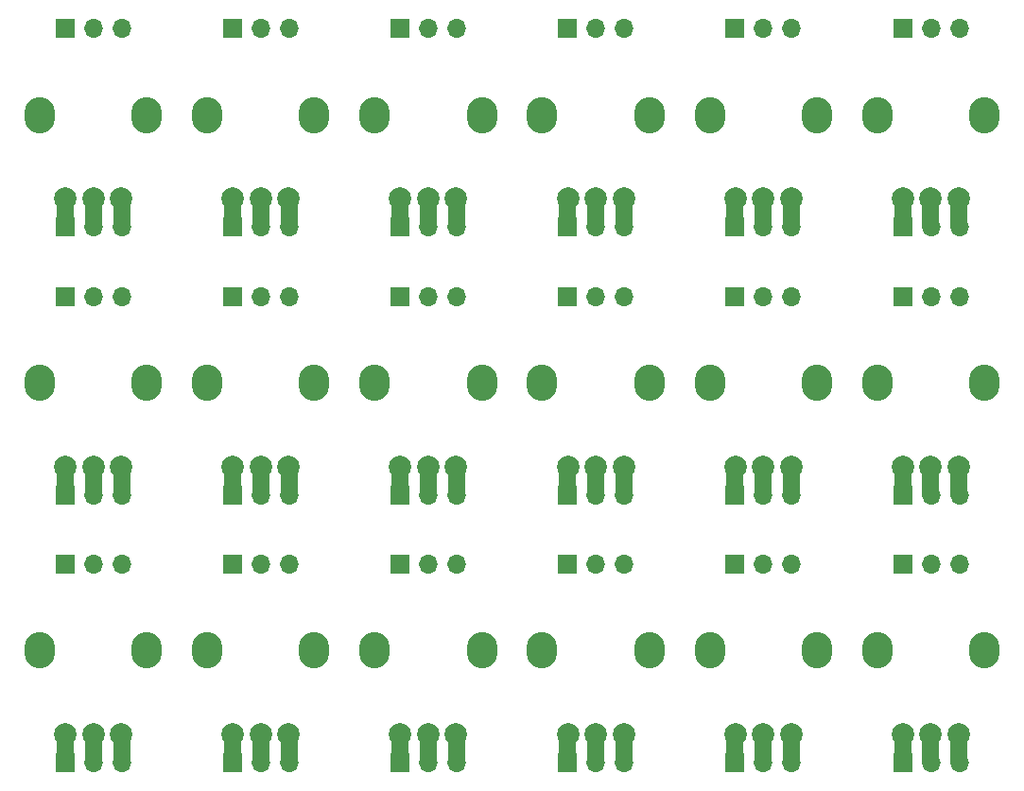
<source format=gbr>
%TF.GenerationSoftware,KiCad,Pcbnew,(6.0.0-0)*%
%TF.CreationDate,2022-11-22T11:37:46-05:00*%
%TF.ProjectId,Breakout-Potentiometer-Panel,42726561-6b6f-4757-942d-506f74656e74,rev?*%
%TF.SameCoordinates,Original*%
%TF.FileFunction,Copper,L1,Top*%
%TF.FilePolarity,Positive*%
%FSLAX46Y46*%
G04 Gerber Fmt 4.6, Leading zero omitted, Abs format (unit mm)*
G04 Created by KiCad (PCBNEW (6.0.0-0)) date 2022-11-22 11:37:46*
%MOMM*%
%LPD*%
G01*
G04 APERTURE LIST*
%TA.AperFunction,ComponentPad*%
%ADD10O,2.720000X3.240000*%
%TD*%
%TA.AperFunction,ComponentPad*%
%ADD11C,2.000000*%
%TD*%
%TA.AperFunction,ComponentPad*%
%ADD12O,1.700000X1.700000*%
%TD*%
%TA.AperFunction,ComponentPad*%
%ADD13R,1.700000X1.700000*%
%TD*%
%TA.AperFunction,Conductor*%
%ADD14C,1.500000*%
%TD*%
G04 APERTURE END LIST*
D10*
%TO.P,RV14,*%
%TO.N,*%
X109700000Y-113674000D03*
X119300000Y-113674000D03*
D11*
%TO.P,RV14,1,1*%
%TO.N,Net-(J2-Pad1)*%
X112000000Y-121174000D03*
%TO.P,RV14,2,2*%
%TO.N,Net-(J2-Pad2)*%
X114500000Y-121174000D03*
%TO.P,RV14,3,3*%
%TO.N,Net-(J2-Pad3)*%
X117000000Y-121174000D03*
%TD*%
D10*
%TO.P,RV3,*%
%TO.N,*%
X134300000Y-65674000D03*
X124700000Y-65674000D03*
D11*
%TO.P,RV3,1,1*%
%TO.N,Net-(J2-Pad1)*%
X127000000Y-73174000D03*
%TO.P,RV3,2,2*%
%TO.N,Net-(J2-Pad2)*%
X129500000Y-73174000D03*
%TO.P,RV3,3,3*%
%TO.N,Net-(J2-Pad3)*%
X132000000Y-73174000D03*
%TD*%
D10*
%TO.P,RV15,*%
%TO.N,*%
X134300000Y-113674000D03*
X124700000Y-113674000D03*
D11*
%TO.P,RV15,1,1*%
%TO.N,Net-(J2-Pad1)*%
X127000000Y-121174000D03*
%TO.P,RV15,2,2*%
%TO.N,Net-(J2-Pad2)*%
X129500000Y-121174000D03*
%TO.P,RV15,3,3*%
%TO.N,Net-(J2-Pad3)*%
X132000000Y-121174000D03*
%TD*%
D10*
%TO.P,RV1,*%
%TO.N,*%
X94700000Y-65674000D03*
X104300000Y-65674000D03*
D11*
%TO.P,RV1,1,1*%
%TO.N,Net-(J2-Pad1)*%
X97000000Y-73174000D03*
%TO.P,RV1,2,2*%
%TO.N,Net-(J2-Pad2)*%
X99500000Y-73174000D03*
%TO.P,RV1,3,3*%
%TO.N,Net-(J2-Pad3)*%
X102000000Y-73174000D03*
%TD*%
D10*
%TO.P,RV11,*%
%TO.N,*%
X154700000Y-89674000D03*
X164300000Y-89674000D03*
D11*
%TO.P,RV11,1,1*%
%TO.N,Net-(J2-Pad1)*%
X157000000Y-97174000D03*
%TO.P,RV11,2,2*%
%TO.N,Net-(J2-Pad2)*%
X159500000Y-97174000D03*
%TO.P,RV11,3,3*%
%TO.N,Net-(J2-Pad3)*%
X162000000Y-97174000D03*
%TD*%
D10*
%TO.P,RV17,*%
%TO.N,*%
X154700000Y-113674000D03*
X164300000Y-113674000D03*
D11*
%TO.P,RV17,1,1*%
%TO.N,Net-(J2-Pad1)*%
X157000000Y-121174000D03*
%TO.P,RV17,2,2*%
%TO.N,Net-(J2-Pad2)*%
X159500000Y-121174000D03*
%TO.P,RV17,3,3*%
%TO.N,Net-(J2-Pad3)*%
X162000000Y-121174000D03*
%TD*%
D10*
%TO.P,RV7,*%
%TO.N,*%
X94700000Y-89674000D03*
X104300000Y-89674000D03*
D11*
%TO.P,RV7,1,1*%
%TO.N,Net-(J2-Pad1)*%
X97000000Y-97174000D03*
%TO.P,RV7,2,2*%
%TO.N,Net-(J2-Pad2)*%
X99500000Y-97174000D03*
%TO.P,RV7,3,3*%
%TO.N,Net-(J2-Pad3)*%
X102000000Y-97174000D03*
%TD*%
D10*
%TO.P,RV12,*%
%TO.N,*%
X169700000Y-89674000D03*
X179300000Y-89674000D03*
D11*
%TO.P,RV12,1,1*%
%TO.N,Net-(J2-Pad1)*%
X172000000Y-97174000D03*
%TO.P,RV12,2,2*%
%TO.N,Net-(J2-Pad2)*%
X174500000Y-97174000D03*
%TO.P,RV12,3,3*%
%TO.N,Net-(J2-Pad3)*%
X177000000Y-97174000D03*
%TD*%
D10*
%TO.P,RV6,*%
%TO.N,*%
X169700000Y-65674000D03*
X179300000Y-65674000D03*
D11*
%TO.P,RV6,1,1*%
%TO.N,Net-(J2-Pad1)*%
X172000000Y-73174000D03*
%TO.P,RV6,2,2*%
%TO.N,Net-(J2-Pad2)*%
X174500000Y-73174000D03*
%TO.P,RV6,3,3*%
%TO.N,Net-(J2-Pad3)*%
X177000000Y-73174000D03*
%TD*%
D10*
%TO.P,RV9,*%
%TO.N,*%
X134300000Y-89674000D03*
X124700000Y-89674000D03*
D11*
%TO.P,RV9,1,1*%
%TO.N,Net-(J2-Pad1)*%
X127000000Y-97174000D03*
%TO.P,RV9,2,2*%
%TO.N,Net-(J2-Pad2)*%
X129500000Y-97174000D03*
%TO.P,RV9,3,3*%
%TO.N,Net-(J2-Pad3)*%
X132000000Y-97174000D03*
%TD*%
D10*
%TO.P,RV18,*%
%TO.N,*%
X179300000Y-113674000D03*
X169700000Y-113674000D03*
D11*
%TO.P,RV18,1,1*%
%TO.N,Net-(J2-Pad1)*%
X172000000Y-121174000D03*
%TO.P,RV18,2,2*%
%TO.N,Net-(J2-Pad2)*%
X174500000Y-121174000D03*
%TO.P,RV18,3,3*%
%TO.N,Net-(J2-Pad3)*%
X177000000Y-121174000D03*
%TD*%
D10*
%TO.P,RV2,*%
%TO.N,*%
X109700000Y-65674000D03*
X119300000Y-65674000D03*
D11*
%TO.P,RV2,1,1*%
%TO.N,Net-(J2-Pad1)*%
X112000000Y-73174000D03*
%TO.P,RV2,2,2*%
%TO.N,Net-(J2-Pad2)*%
X114500000Y-73174000D03*
%TO.P,RV2,3,3*%
%TO.N,Net-(J2-Pad3)*%
X117000000Y-73174000D03*
%TD*%
D10*
%TO.P,RV5,*%
%TO.N,*%
X164300000Y-65674000D03*
X154700000Y-65674000D03*
D11*
%TO.P,RV5,1,1*%
%TO.N,Net-(J2-Pad1)*%
X157000000Y-73174000D03*
%TO.P,RV5,2,2*%
%TO.N,Net-(J2-Pad2)*%
X159500000Y-73174000D03*
%TO.P,RV5,3,3*%
%TO.N,Net-(J2-Pad3)*%
X162000000Y-73174000D03*
%TD*%
D10*
%TO.P,RV10,*%
%TO.N,*%
X149300000Y-89674000D03*
X139700000Y-89674000D03*
D11*
%TO.P,RV10,1,1*%
%TO.N,Net-(J2-Pad1)*%
X142000000Y-97174000D03*
%TO.P,RV10,2,2*%
%TO.N,Net-(J2-Pad2)*%
X144500000Y-97174000D03*
%TO.P,RV10,3,3*%
%TO.N,Net-(J2-Pad3)*%
X147000000Y-97174000D03*
%TD*%
D10*
%TO.P,RV4,*%
%TO.N,*%
X139700000Y-65674000D03*
X149300000Y-65674000D03*
D11*
%TO.P,RV4,1,1*%
%TO.N,Net-(J2-Pad1)*%
X142000000Y-73174000D03*
%TO.P,RV4,2,2*%
%TO.N,Net-(J2-Pad2)*%
X144500000Y-73174000D03*
%TO.P,RV4,3,3*%
%TO.N,Net-(J2-Pad3)*%
X147000000Y-73174000D03*
%TD*%
D10*
%TO.P,RV13,*%
%TO.N,*%
X94700000Y-113674000D03*
X104300000Y-113674000D03*
D11*
%TO.P,RV13,1,1*%
%TO.N,Net-(J2-Pad1)*%
X97000000Y-121174000D03*
%TO.P,RV13,2,2*%
%TO.N,Net-(J2-Pad2)*%
X99500000Y-121174000D03*
%TO.P,RV13,3,3*%
%TO.N,Net-(J2-Pad3)*%
X102000000Y-121174000D03*
%TD*%
D10*
%TO.P,RV16,*%
%TO.N,*%
X139700000Y-113674000D03*
X149300000Y-113674000D03*
D11*
%TO.P,RV16,1,1*%
%TO.N,Net-(J2-Pad1)*%
X142000000Y-121174000D03*
%TO.P,RV16,2,2*%
%TO.N,Net-(J2-Pad2)*%
X144500000Y-121174000D03*
%TO.P,RV16,3,3*%
%TO.N,Net-(J2-Pad3)*%
X147000000Y-121174000D03*
%TD*%
D10*
%TO.P,RV8,*%
%TO.N,*%
X109700000Y-89674000D03*
X119300000Y-89674000D03*
D11*
%TO.P,RV8,1,1*%
%TO.N,Net-(J2-Pad1)*%
X112000000Y-97174000D03*
%TO.P,RV8,2,2*%
%TO.N,Net-(J2-Pad2)*%
X114500000Y-97174000D03*
%TO.P,RV8,3,3*%
%TO.N,Net-(J2-Pad3)*%
X117000000Y-97174000D03*
%TD*%
D12*
%TO.P,J7,*%
%TO.N,*%
X147055000Y-57934000D03*
X144515000Y-57934000D03*
D13*
X141975000Y-57934000D03*
%TD*%
%TO.P,J16,1,Pin_1*%
%TO.N,Net-(J2-Pad1)*%
X111975000Y-99714000D03*
D12*
%TO.P,J16,2,Pin_2*%
%TO.N,Net-(J2-Pad2)*%
X114515000Y-99714000D03*
%TO.P,J16,3,Pin_3*%
%TO.N,Net-(J2-Pad3)*%
X117055000Y-99714000D03*
%TD*%
%TO.P,J25,*%
%TO.N,*%
X102055000Y-105934000D03*
D13*
X96975000Y-105934000D03*
D12*
X99515000Y-105934000D03*
%TD*%
D13*
%TO.P,J8,1,Pin_1*%
%TO.N,Net-(J2-Pad1)*%
X141975000Y-75714000D03*
D12*
%TO.P,J8,2,Pin_2*%
%TO.N,Net-(J2-Pad2)*%
X144515000Y-75714000D03*
%TO.P,J8,3,Pin_3*%
%TO.N,Net-(J2-Pad3)*%
X147055000Y-75714000D03*
%TD*%
D13*
%TO.P,J35,*%
%TO.N,*%
X171975000Y-105934000D03*
D12*
X177055000Y-105934000D03*
X174515000Y-105934000D03*
%TD*%
D13*
%TO.P,J30,1,Pin_1*%
%TO.N,Net-(J2-Pad1)*%
X126975000Y-123714000D03*
D12*
%TO.P,J30,2,Pin_2*%
%TO.N,Net-(J2-Pad2)*%
X129515000Y-123714000D03*
%TO.P,J30,3,Pin_3*%
%TO.N,Net-(J2-Pad3)*%
X132055000Y-123714000D03*
%TD*%
D13*
%TO.P,J32,1,Pin_1*%
%TO.N,Net-(J2-Pad1)*%
X141975000Y-123714000D03*
D12*
%TO.P,J32,2,Pin_2*%
%TO.N,Net-(J2-Pad2)*%
X144515000Y-123714000D03*
%TO.P,J32,3,Pin_3*%
%TO.N,Net-(J2-Pad3)*%
X147055000Y-123714000D03*
%TD*%
D13*
%TO.P,J6,1,Pin_1*%
%TO.N,Net-(J2-Pad1)*%
X126975000Y-75714000D03*
D12*
%TO.P,J6,2,Pin_2*%
%TO.N,Net-(J2-Pad2)*%
X129515000Y-75714000D03*
%TO.P,J6,3,Pin_3*%
%TO.N,Net-(J2-Pad3)*%
X132055000Y-75714000D03*
%TD*%
D13*
%TO.P,J12,1,Pin_1*%
%TO.N,Net-(J2-Pad1)*%
X171975000Y-75714000D03*
D12*
%TO.P,J12,2,Pin_2*%
%TO.N,Net-(J2-Pad2)*%
X174515000Y-75714000D03*
%TO.P,J12,3,Pin_3*%
%TO.N,Net-(J2-Pad3)*%
X177055000Y-75714000D03*
%TD*%
D13*
%TO.P,J4,1,Pin_1*%
%TO.N,Net-(J2-Pad1)*%
X111975000Y-75714000D03*
D12*
%TO.P,J4,2,Pin_2*%
%TO.N,Net-(J2-Pad2)*%
X114515000Y-75714000D03*
%TO.P,J4,3,Pin_3*%
%TO.N,Net-(J2-Pad3)*%
X117055000Y-75714000D03*
%TD*%
%TO.P,J3,*%
%TO.N,*%
X117055000Y-57934000D03*
X114515000Y-57934000D03*
D13*
X111975000Y-57934000D03*
%TD*%
%TO.P,J28,1,Pin_1*%
%TO.N,Net-(J2-Pad1)*%
X111975000Y-123714000D03*
D12*
%TO.P,J28,2,Pin_2*%
%TO.N,Net-(J2-Pad2)*%
X114515000Y-123714000D03*
%TO.P,J28,3,Pin_3*%
%TO.N,Net-(J2-Pad3)*%
X117055000Y-123714000D03*
%TD*%
%TO.P,J11,*%
%TO.N,*%
X174515000Y-57934000D03*
D13*
X171975000Y-57934000D03*
D12*
X177055000Y-57934000D03*
%TD*%
D13*
%TO.P,J14,1,Pin_1*%
%TO.N,Net-(J2-Pad1)*%
X96975000Y-99714000D03*
D12*
%TO.P,J14,2,Pin_2*%
%TO.N,Net-(J2-Pad2)*%
X99515000Y-99714000D03*
%TO.P,J14,3,Pin_3*%
%TO.N,Net-(J2-Pad3)*%
X102055000Y-99714000D03*
%TD*%
D13*
%TO.P,J18,1,Pin_1*%
%TO.N,Net-(J2-Pad1)*%
X126975000Y-99714000D03*
D12*
%TO.P,J18,2,Pin_2*%
%TO.N,Net-(J2-Pad2)*%
X129515000Y-99714000D03*
%TO.P,J18,3,Pin_3*%
%TO.N,Net-(J2-Pad3)*%
X132055000Y-99714000D03*
%TD*%
D13*
%TO.P,J17,*%
%TO.N,*%
X126975000Y-81934000D03*
D12*
X132055000Y-81934000D03*
X129515000Y-81934000D03*
%TD*%
D13*
%TO.P,J22,1,Pin_1*%
%TO.N,Net-(J2-Pad1)*%
X156975000Y-99714000D03*
D12*
%TO.P,J22,2,Pin_2*%
%TO.N,Net-(J2-Pad2)*%
X159515000Y-99714000D03*
%TO.P,J22,3,Pin_3*%
%TO.N,Net-(J2-Pad3)*%
X162055000Y-99714000D03*
%TD*%
%TO.P,J23,*%
%TO.N,*%
X174515000Y-81934000D03*
D13*
X171975000Y-81934000D03*
D12*
X177055000Y-81934000D03*
%TD*%
D13*
%TO.P,J34,1,Pin_1*%
%TO.N,Net-(J2-Pad1)*%
X156975000Y-123714000D03*
D12*
%TO.P,J34,2,Pin_2*%
%TO.N,Net-(J2-Pad2)*%
X159515000Y-123714000D03*
%TO.P,J34,3,Pin_3*%
%TO.N,Net-(J2-Pad3)*%
X162055000Y-123714000D03*
%TD*%
D13*
%TO.P,J1,*%
%TO.N,*%
X96975000Y-57934000D03*
D12*
X102055000Y-57934000D03*
X99515000Y-57934000D03*
%TD*%
D13*
%TO.P,J36,1,Pin_1*%
%TO.N,Net-(J2-Pad1)*%
X171975000Y-123714000D03*
D12*
%TO.P,J36,2,Pin_2*%
%TO.N,Net-(J2-Pad2)*%
X174515000Y-123714000D03*
%TO.P,J36,3,Pin_3*%
%TO.N,Net-(J2-Pad3)*%
X177055000Y-123714000D03*
%TD*%
%TO.P,J15,*%
%TO.N,*%
X114515000Y-81934000D03*
D13*
X111975000Y-81934000D03*
D12*
X117055000Y-81934000D03*
%TD*%
D13*
%TO.P,J2,1,Pin_1*%
%TO.N,Net-(J2-Pad1)*%
X96975000Y-75714000D03*
D12*
%TO.P,J2,2,Pin_2*%
%TO.N,Net-(J2-Pad2)*%
X99515000Y-75714000D03*
%TO.P,J2,3,Pin_3*%
%TO.N,Net-(J2-Pad3)*%
X102055000Y-75714000D03*
%TD*%
%TO.P,J13,*%
%TO.N,*%
X102055000Y-81934000D03*
X99515000Y-81934000D03*
D13*
X96975000Y-81934000D03*
%TD*%
%TO.P,J24,1,Pin_1*%
%TO.N,Net-(J2-Pad1)*%
X171975000Y-99714000D03*
D12*
%TO.P,J24,2,Pin_2*%
%TO.N,Net-(J2-Pad2)*%
X174515000Y-99714000D03*
%TO.P,J24,3,Pin_3*%
%TO.N,Net-(J2-Pad3)*%
X177055000Y-99714000D03*
%TD*%
%TO.P,J29,*%
%TO.N,*%
X129515000Y-105934000D03*
D13*
X126975000Y-105934000D03*
D12*
X132055000Y-105934000D03*
%TD*%
%TO.P,J19,*%
%TO.N,*%
X147055000Y-81934000D03*
X144515000Y-81934000D03*
D13*
X141975000Y-81934000D03*
%TD*%
%TO.P,J20,1,Pin_1*%
%TO.N,Net-(J2-Pad1)*%
X141975000Y-99714000D03*
D12*
%TO.P,J20,2,Pin_2*%
%TO.N,Net-(J2-Pad2)*%
X144515000Y-99714000D03*
%TO.P,J20,3,Pin_3*%
%TO.N,Net-(J2-Pad3)*%
X147055000Y-99714000D03*
%TD*%
%TO.P,J27,*%
%TO.N,*%
X114515000Y-105934000D03*
D13*
X111975000Y-105934000D03*
D12*
X117055000Y-105934000D03*
%TD*%
D13*
%TO.P,J5,*%
%TO.N,*%
X126975000Y-57934000D03*
D12*
X129515000Y-57934000D03*
X132055000Y-57934000D03*
%TD*%
D13*
%TO.P,J10,1,Pin_1*%
%TO.N,Net-(J2-Pad1)*%
X156975000Y-75714000D03*
D12*
%TO.P,J10,2,Pin_2*%
%TO.N,Net-(J2-Pad2)*%
X159515000Y-75714000D03*
%TO.P,J10,3,Pin_3*%
%TO.N,Net-(J2-Pad3)*%
X162055000Y-75714000D03*
%TD*%
D13*
%TO.P,J33,*%
%TO.N,*%
X156975000Y-105934000D03*
D12*
X162055000Y-105934000D03*
X159515000Y-105934000D03*
%TD*%
%TO.P,J9,*%
%TO.N,*%
X159515000Y-57934000D03*
D13*
X156975000Y-57934000D03*
D12*
X162055000Y-57934000D03*
%TD*%
D13*
%TO.P,J26,1,Pin_1*%
%TO.N,Net-(J2-Pad1)*%
X96975000Y-123714000D03*
D12*
%TO.P,J26,2,Pin_2*%
%TO.N,Net-(J2-Pad2)*%
X99515000Y-123714000D03*
%TO.P,J26,3,Pin_3*%
%TO.N,Net-(J2-Pad3)*%
X102055000Y-123714000D03*
%TD*%
%TO.P,J31,*%
%TO.N,*%
X147055000Y-105934000D03*
D13*
X141975000Y-105934000D03*
D12*
X144515000Y-105934000D03*
%TD*%
%TO.P,J21,*%
%TO.N,*%
X159515000Y-81934000D03*
D13*
X156975000Y-81934000D03*
D12*
X162055000Y-81934000D03*
%TD*%
D14*
%TO.N,Net-(J2-Pad1)*%
X111975000Y-123714000D02*
X111975000Y-121199000D01*
X96975000Y-97199000D02*
X97000000Y-97174000D01*
X126975000Y-97199000D02*
X127000000Y-97174000D01*
X96975000Y-123714000D02*
X96975000Y-121199000D01*
X126975000Y-73199000D02*
X127000000Y-73174000D01*
X156975000Y-99714000D02*
X156975000Y-97199000D01*
X171975000Y-97199000D02*
X172000000Y-97174000D01*
X141975000Y-123714000D02*
X141975000Y-121199000D01*
X111975000Y-97199000D02*
X112000000Y-97174000D01*
X126975000Y-123714000D02*
X126975000Y-121199000D01*
X126975000Y-99714000D02*
X126975000Y-97199000D01*
X96975000Y-75714000D02*
X96975000Y-73199000D01*
X126975000Y-121199000D02*
X127000000Y-121174000D01*
X111975000Y-73199000D02*
X112000000Y-73174000D01*
X171975000Y-123714000D02*
X171975000Y-121199000D01*
X126975000Y-75714000D02*
X126975000Y-73199000D01*
X141975000Y-73199000D02*
X142000000Y-73174000D01*
X171975000Y-75714000D02*
X171975000Y-73199000D01*
X141975000Y-75714000D02*
X141975000Y-73199000D01*
X156975000Y-121199000D02*
X157000000Y-121174000D01*
X96975000Y-73199000D02*
X97000000Y-73174000D01*
X96975000Y-99714000D02*
X96975000Y-97199000D01*
X141975000Y-121199000D02*
X142000000Y-121174000D01*
X171975000Y-73199000D02*
X172000000Y-73174000D01*
X96975000Y-121199000D02*
X97000000Y-121174000D01*
X141975000Y-99714000D02*
X141975000Y-97199000D01*
X111975000Y-75714000D02*
X111975000Y-73199000D01*
X141975000Y-97199000D02*
X142000000Y-97174000D01*
X171975000Y-99714000D02*
X171975000Y-97199000D01*
X111975000Y-121199000D02*
X112000000Y-121174000D01*
X156975000Y-75714000D02*
X156975000Y-73199000D01*
X156975000Y-73199000D02*
X157000000Y-73174000D01*
X111975000Y-99714000D02*
X111975000Y-97199000D01*
X156975000Y-97199000D02*
X157000000Y-97174000D01*
X171975000Y-121199000D02*
X172000000Y-121174000D01*
X156975000Y-123714000D02*
X156975000Y-121199000D01*
%TO.N,Net-(J2-Pad2)*%
X99500000Y-123699000D02*
X99515000Y-123714000D01*
X99500000Y-75699000D02*
X99515000Y-75714000D01*
X174500000Y-73174000D02*
X174500000Y-75699000D01*
X174500000Y-123699000D02*
X174515000Y-123714000D01*
X144500000Y-73174000D02*
X144500000Y-75699000D01*
X159500000Y-121174000D02*
X159500000Y-123699000D01*
X159500000Y-73174000D02*
X159500000Y-75699000D01*
X159500000Y-123699000D02*
X159515000Y-123714000D01*
X159500000Y-75699000D02*
X159515000Y-75714000D01*
X114500000Y-97174000D02*
X114500000Y-99699000D01*
X114500000Y-123699000D02*
X114515000Y-123714000D01*
X144500000Y-99699000D02*
X144515000Y-99714000D01*
X129500000Y-97174000D02*
X129500000Y-99699000D01*
X99500000Y-97174000D02*
X99500000Y-99699000D01*
X99500000Y-73174000D02*
X99500000Y-75699000D01*
X114500000Y-99699000D02*
X114515000Y-99714000D01*
X174500000Y-97174000D02*
X174500000Y-99699000D01*
X144500000Y-123699000D02*
X144515000Y-123714000D01*
X129500000Y-121174000D02*
X129500000Y-123699000D01*
X174500000Y-99699000D02*
X174515000Y-99714000D01*
X174500000Y-75699000D02*
X174515000Y-75714000D01*
X99500000Y-99699000D02*
X99515000Y-99714000D01*
X144500000Y-121174000D02*
X144500000Y-123699000D01*
X129500000Y-73174000D02*
X129500000Y-75699000D01*
X99500000Y-121174000D02*
X99500000Y-123699000D01*
X159500000Y-97174000D02*
X159500000Y-99699000D01*
X114500000Y-73174000D02*
X114500000Y-75699000D01*
X114500000Y-121174000D02*
X114500000Y-123699000D01*
X174500000Y-121174000D02*
X174500000Y-123699000D01*
X114500000Y-75699000D02*
X114515000Y-75714000D01*
X144500000Y-75699000D02*
X144515000Y-75714000D01*
X129500000Y-75699000D02*
X129515000Y-75714000D01*
X144500000Y-97174000D02*
X144500000Y-99699000D01*
X159500000Y-99699000D02*
X159515000Y-99714000D01*
X129500000Y-123699000D02*
X129515000Y-123714000D01*
X129500000Y-99699000D02*
X129515000Y-99714000D01*
%TO.N,Net-(J2-Pad3)*%
X162040000Y-123686500D02*
X162040000Y-121201500D01*
X162055000Y-73229000D02*
X162000000Y-73174000D01*
X132055000Y-121229000D02*
X132000000Y-121174000D01*
X102055000Y-73229000D02*
X102000000Y-73174000D01*
X177040000Y-75686500D02*
X177040000Y-73201500D01*
X117040000Y-99686500D02*
X117040000Y-97201500D01*
X147040000Y-99686500D02*
X147040000Y-97201500D01*
X147040000Y-123686500D02*
X147040000Y-121201500D01*
X162040000Y-99686500D02*
X162040000Y-97201500D01*
X132040000Y-75686500D02*
X132040000Y-73201500D01*
X102040000Y-123686500D02*
X102040000Y-121201500D01*
X132040000Y-99686500D02*
X132040000Y-97201500D01*
X177055000Y-121229000D02*
X177000000Y-121174000D01*
X102040000Y-99686500D02*
X102040000Y-97201500D01*
X162055000Y-97229000D02*
X162000000Y-97174000D01*
X147055000Y-73229000D02*
X147000000Y-73174000D01*
X117040000Y-75686500D02*
X117040000Y-73201500D01*
X117055000Y-121229000D02*
X117000000Y-121174000D01*
X162055000Y-121229000D02*
X162000000Y-121174000D01*
X102055000Y-97229000D02*
X102000000Y-97174000D01*
X147055000Y-97229000D02*
X147000000Y-97174000D01*
X102055000Y-121229000D02*
X102000000Y-121174000D01*
X177055000Y-97229000D02*
X177000000Y-97174000D01*
X147055000Y-121229000D02*
X147000000Y-121174000D01*
X177055000Y-73229000D02*
X177000000Y-73174000D01*
X147040000Y-75686500D02*
X147040000Y-73201500D01*
X117040000Y-123686500D02*
X117040000Y-121201500D01*
X117055000Y-73229000D02*
X117000000Y-73174000D01*
X102040000Y-75686500D02*
X102040000Y-73201500D01*
X117055000Y-97229000D02*
X117000000Y-97174000D01*
X177040000Y-123686500D02*
X177040000Y-121201500D01*
X132055000Y-97229000D02*
X132000000Y-97174000D01*
X132040000Y-123686500D02*
X132040000Y-121201500D01*
X132055000Y-73229000D02*
X132000000Y-73174000D01*
X162040000Y-75686500D02*
X162040000Y-73201500D01*
X177040000Y-99686500D02*
X177040000Y-97201500D01*
%TD*%
M02*

</source>
